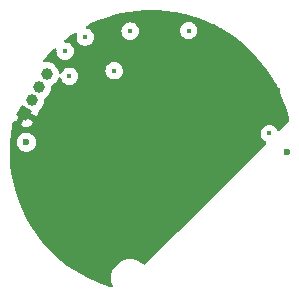
<source format=gbr>
%TF.GenerationSoftware,KiCad,Pcbnew,(6.0.11)*%
%TF.CreationDate,2023-02-20T14:16:24+01:00*%
%TF.ProjectId,cockTag,636f636b-5461-4672-9e6b-696361645f70,rev?*%
%TF.SameCoordinates,Original*%
%TF.FileFunction,Copper,L2,Inr*%
%TF.FilePolarity,Positive*%
%FSLAX46Y46*%
G04 Gerber Fmt 4.6, Leading zero omitted, Abs format (unit mm)*
G04 Created by KiCad (PCBNEW (6.0.11)) date 2023-02-20 14:16:24*
%MOMM*%
%LPD*%
G01*
G04 APERTURE LIST*
G04 Aperture macros list*
%AMHorizOval*
0 Thick line with rounded ends*
0 $1 width*
0 $2 $3 position (X,Y) of the first rounded end (center of the circle)*
0 $4 $5 position (X,Y) of the second rounded end (center of the circle)*
0 Add line between two ends*
20,1,$1,$2,$3,$4,$5,0*
0 Add two circle primitives to create the rounded ends*
1,1,$1,$2,$3*
1,1,$1,$4,$5*%
%AMRotRect*
0 Rectangle, with rotation*
0 The origin of the aperture is its center*
0 $1 length*
0 $2 width*
0 $3 Rotation angle, in degrees counterclockwise*
0 Add horizontal line*
21,1,$1,$2,0,0,$3*%
G04 Aperture macros list end*
%TA.AperFunction,ComponentPad*%
%ADD10RotRect,1.000000X1.000000X150.000000*%
%TD*%
%TA.AperFunction,ComponentPad*%
%ADD11HorizOval,1.000000X0.000000X0.000000X0.000000X0.000000X0*%
%TD*%
%TA.AperFunction,ViaPad*%
%ADD12C,0.450000*%
%TD*%
%TA.AperFunction,ViaPad*%
%ADD13C,0.600000*%
%TD*%
G04 APERTURE END LIST*
D10*
%TO.N,GND*%
%TO.C,J1*%
X139450000Y-96745449D03*
D11*
%TO.N,SWDCLK*%
X140085000Y-95645597D03*
%TO.N,SWDIO*%
X140720000Y-94545744D03*
%TO.N,BOOT*%
X141355000Y-93445892D03*
%TD*%
D12*
%TO.N,GND*%
X151800000Y-104500000D03*
X151175000Y-101525000D03*
X153331910Y-101793192D03*
X156000000Y-94900000D03*
X150850000Y-108000000D03*
X155000000Y-101800000D03*
X145800000Y-110500000D03*
X146800000Y-106500000D03*
X154575000Y-103050000D03*
X145299702Y-91300130D03*
X155275500Y-98600000D03*
X146000000Y-89500000D03*
X152650000Y-98900000D03*
X150200000Y-88400000D03*
X143700000Y-90800000D03*
X154186058Y-104738942D03*
X151124459Y-100725000D03*
X152200000Y-106700000D03*
X150900000Y-95200000D03*
X148200000Y-107900000D03*
X153400000Y-104300000D03*
X150900000Y-92800000D03*
X148800000Y-101500000D03*
X141800000Y-104500000D03*
X149100000Y-99900000D03*
X153475000Y-105400000D03*
X151124459Y-99950000D03*
X157800000Y-101050000D03*
X152825000Y-106050000D03*
X155226422Y-103673558D03*
X144385816Y-93782565D03*
X152100000Y-97800000D03*
X149700000Y-94000000D03*
X147100000Y-91200000D03*
X145800000Y-108500000D03*
X152325000Y-99950000D03*
X152100000Y-94000000D03*
X144800000Y-104500000D03*
X147800000Y-104500000D03*
X152325541Y-100650000D03*
X156525000Y-102350000D03*
X152300000Y-102850000D03*
X151775000Y-102125000D03*
X152675000Y-101325000D03*
X157150000Y-101700000D03*
X155875000Y-103000000D03*
X146800000Y-102500000D03*
X152943130Y-103481870D03*
X153969370Y-102430630D03*
X144370000Y-95330000D03*
X151550000Y-107350000D03*
X160900000Y-94800000D03*
X150900000Y-94000000D03*
X140800000Y-106500000D03*
X155300000Y-90400000D03*
X142700000Y-92400000D03*
X143800000Y-102500000D03*
X143800000Y-106500000D03*
%TO.N,VCC*%
X148400000Y-89800000D03*
D13*
X139600000Y-99200000D03*
X161700000Y-100000000D03*
D12*
X144600000Y-90300000D03*
X143262289Y-93620533D03*
X160182886Y-98461746D03*
X153350000Y-89750000D03*
%TO.N,GYRO_INT*%
X147038691Y-93152422D03*
X142900000Y-91500000D03*
%TD*%
%TA.AperFunction,Conductor*%
%TO.N,GND*%
G36*
X150287231Y-88008915D02*
G01*
X150618334Y-88020477D01*
X150949447Y-88032040D01*
X150956452Y-88032480D01*
X151286397Y-88062508D01*
X151616333Y-88092535D01*
X151623319Y-88093368D01*
X152022584Y-88152326D01*
X152278832Y-88190166D01*
X152285740Y-88191384D01*
X152934817Y-88324620D01*
X152941654Y-88326223D01*
X153119036Y-88373089D01*
X153582301Y-88495489D01*
X153589051Y-88497476D01*
X154219212Y-88702228D01*
X154225841Y-88704588D01*
X154843620Y-88944209D01*
X154850106Y-88946936D01*
X155141413Y-89079078D01*
X155453530Y-89220660D01*
X155459828Y-89223732D01*
X155940620Y-89475084D01*
X156047055Y-89530727D01*
X156053197Y-89534160D01*
X156622340Y-89873438D01*
X156628281Y-89877208D01*
X157177603Y-90247729D01*
X157183324Y-90251824D01*
X157268727Y-90316649D01*
X157711123Y-90652446D01*
X157716606Y-90656855D01*
X158221207Y-91086304D01*
X158226418Y-91090996D01*
X158706271Y-91547954D01*
X158711220Y-91552938D01*
X158805624Y-91653468D01*
X159164810Y-92035962D01*
X159169482Y-92041224D01*
X159595401Y-92548814D01*
X159599771Y-92554328D01*
X159996686Y-93084896D01*
X160000742Y-93090646D01*
X160163749Y-93335990D01*
X160363861Y-93637182D01*
X160367418Y-93642536D01*
X160371142Y-93648495D01*
X160504692Y-93876126D01*
X160706457Y-94220026D01*
X160709846Y-94226192D01*
X161012709Y-94815500D01*
X161015750Y-94821845D01*
X161285266Y-95427188D01*
X161287947Y-95433694D01*
X161523237Y-96053101D01*
X161525551Y-96059745D01*
X161725903Y-96691333D01*
X161727842Y-96698097D01*
X161877338Y-97280344D01*
X161874906Y-97351299D01*
X161844264Y-97400901D01*
X161523100Y-97721145D01*
X161055159Y-98187743D01*
X160992798Y-98221679D01*
X160921990Y-98216512D01*
X160865215Y-98173884D01*
X160852560Y-98152961D01*
X160850885Y-98149465D01*
X160848566Y-98142806D01*
X160761362Y-98003251D01*
X160698629Y-97940079D01*
X160650372Y-97891483D01*
X160650368Y-97891480D01*
X160645408Y-97886485D01*
X160506466Y-97798309D01*
X160376907Y-97752175D01*
X160358075Y-97745469D01*
X160358073Y-97745468D01*
X160351441Y-97743107D01*
X160344455Y-97742274D01*
X160344451Y-97742273D01*
X160215261Y-97726869D01*
X160188039Y-97723623D01*
X160181036Y-97724359D01*
X160181035Y-97724359D01*
X160137821Y-97728901D01*
X160024381Y-97740824D01*
X160017713Y-97743094D01*
X159875268Y-97791586D01*
X159875265Y-97791587D01*
X159868601Y-97793856D01*
X159728441Y-97880083D01*
X159610868Y-97995219D01*
X159521724Y-98133543D01*
X159519313Y-98140166D01*
X159519312Y-98140169D01*
X159467852Y-98281555D01*
X159467851Y-98281560D01*
X159465442Y-98288178D01*
X159444817Y-98451440D01*
X159460875Y-98615214D01*
X159512818Y-98771361D01*
X159516467Y-98777386D01*
X159553321Y-98838238D01*
X159598065Y-98912119D01*
X159712377Y-99030493D01*
X159850075Y-99120600D01*
X159856679Y-99123056D01*
X159856687Y-99123060D01*
X159862153Y-99125093D01*
X159919028Y-99167587D01*
X159943901Y-99234084D01*
X159928873Y-99303472D01*
X159907199Y-99332409D01*
X152443395Y-106774802D01*
X149682607Y-109527670D01*
X149620246Y-109561606D01*
X149549438Y-109556439D01*
X149511811Y-109534259D01*
X149352136Y-109397883D01*
X149352135Y-109397882D01*
X149352131Y-109397879D01*
X149348376Y-109394672D01*
X149132502Y-109262384D01*
X149127932Y-109260491D01*
X149127928Y-109260489D01*
X148903164Y-109167389D01*
X148903162Y-109167388D01*
X148898591Y-109165495D01*
X148813968Y-109145179D01*
X148657216Y-109107546D01*
X148657210Y-109107545D01*
X148652403Y-109106391D01*
X148552584Y-109098535D01*
X148465655Y-109091693D01*
X148465648Y-109091693D01*
X148463199Y-109091500D01*
X148336801Y-109091500D01*
X148334352Y-109091693D01*
X148334345Y-109091693D01*
X148247416Y-109098535D01*
X148147597Y-109106391D01*
X148142790Y-109107545D01*
X148142784Y-109107546D01*
X147986032Y-109145179D01*
X147901409Y-109165495D01*
X147896838Y-109167388D01*
X147896836Y-109167389D01*
X147672072Y-109260489D01*
X147672068Y-109260491D01*
X147667498Y-109262384D01*
X147451624Y-109394672D01*
X147259102Y-109559102D01*
X147094672Y-109751624D01*
X146962384Y-109967498D01*
X146960491Y-109972068D01*
X146960489Y-109972072D01*
X146867389Y-110196836D01*
X146865495Y-110201409D01*
X146864340Y-110206221D01*
X146816222Y-110406649D01*
X146806391Y-110447597D01*
X146786526Y-110700000D01*
X146806391Y-110952403D01*
X146807545Y-110957210D01*
X146807546Y-110957216D01*
X146815072Y-110988564D01*
X146865495Y-111198591D01*
X146867387Y-111203158D01*
X146867389Y-111203165D01*
X146914270Y-111316346D01*
X146921859Y-111386936D01*
X146890079Y-111450423D01*
X146829021Y-111486650D01*
X146763979Y-111485922D01*
X146657406Y-111456166D01*
X146650702Y-111454091D01*
X146246076Y-111316346D01*
X146023424Y-111240549D01*
X146016829Y-111238096D01*
X145722100Y-111119018D01*
X145402471Y-110989880D01*
X145396039Y-110987070D01*
X144796496Y-110704946D01*
X144790217Y-110701775D01*
X144207343Y-110386616D01*
X144201250Y-110383098D01*
X143636894Y-110035903D01*
X143631006Y-110032050D01*
X143086897Y-109653885D01*
X143081234Y-109649709D01*
X142559109Y-109241781D01*
X142553687Y-109237296D01*
X142055138Y-108800849D01*
X142049975Y-108796069D01*
X141576524Y-108332431D01*
X141571685Y-108327420D01*
X141124863Y-107838087D01*
X141120276Y-107832773D01*
X140964662Y-107641971D01*
X140701469Y-107319266D01*
X140697198Y-107313719D01*
X140307716Y-106777644D01*
X140303741Y-106771838D01*
X139944809Y-106214884D01*
X139941164Y-106208866D01*
X139613876Y-105632735D01*
X139610572Y-105626522D01*
X139506687Y-105417246D01*
X139315947Y-105033004D01*
X139312998Y-105026622D01*
X139051968Y-104417593D01*
X139049378Y-104411050D01*
X138822758Y-103788415D01*
X138820537Y-103781739D01*
X138629023Y-103147415D01*
X138627178Y-103140625D01*
X138471371Y-102496594D01*
X138469908Y-102489712D01*
X138350293Y-101837986D01*
X138349217Y-101831032D01*
X138266173Y-101173663D01*
X138265486Y-101166660D01*
X138219265Y-100505669D01*
X138218970Y-100498639D01*
X138209718Y-99836078D01*
X138209817Y-99829043D01*
X138236658Y-99188640D01*
X138786463Y-99188640D01*
X138804163Y-99369160D01*
X138861418Y-99541273D01*
X138865065Y-99547295D01*
X138865066Y-99547297D01*
X138875978Y-99565314D01*
X138955380Y-99696424D01*
X139081382Y-99826902D01*
X139233159Y-99926222D01*
X139239763Y-99928678D01*
X139239765Y-99928679D01*
X139396558Y-99986990D01*
X139396560Y-99986990D01*
X139403168Y-99989448D01*
X139486995Y-100000633D01*
X139575980Y-100012507D01*
X139575984Y-100012507D01*
X139582961Y-100013438D01*
X139589972Y-100012800D01*
X139589976Y-100012800D01*
X139732459Y-99999832D01*
X139763600Y-99996998D01*
X139770302Y-99994820D01*
X139770304Y-99994820D01*
X139929409Y-99943124D01*
X139929412Y-99943123D01*
X139936108Y-99940947D01*
X140091912Y-99848069D01*
X140223266Y-99722982D01*
X140323643Y-99571902D01*
X140388055Y-99402338D01*
X140389035Y-99395366D01*
X140412748Y-99226639D01*
X140412748Y-99226636D01*
X140413299Y-99222717D01*
X140413616Y-99200000D01*
X140393397Y-99019745D01*
X140391080Y-99013091D01*
X140336064Y-98855106D01*
X140336062Y-98855103D01*
X140333745Y-98848448D01*
X140237626Y-98694624D01*
X140165407Y-98621899D01*
X140114778Y-98570915D01*
X140114774Y-98570912D01*
X140109815Y-98565918D01*
X140098697Y-98558862D01*
X140006838Y-98500567D01*
X139956666Y-98468727D01*
X139927463Y-98458328D01*
X139792425Y-98410243D01*
X139792420Y-98410242D01*
X139785790Y-98407881D01*
X139778802Y-98407048D01*
X139778799Y-98407047D01*
X139655698Y-98392368D01*
X139605680Y-98386404D01*
X139598677Y-98387140D01*
X139598676Y-98387140D01*
X139432288Y-98404628D01*
X139432286Y-98404629D01*
X139425288Y-98405364D01*
X139253579Y-98463818D01*
X139199534Y-98497067D01*
X139105095Y-98555166D01*
X139105092Y-98555168D01*
X139099088Y-98558862D01*
X139094053Y-98563793D01*
X139094050Y-98563795D01*
X138974525Y-98680843D01*
X138969493Y-98685771D01*
X138871235Y-98838238D01*
X138868826Y-98844858D01*
X138868824Y-98844861D01*
X138844344Y-98912119D01*
X138809197Y-99008685D01*
X138786463Y-99188640D01*
X138236658Y-99188640D01*
X138237563Y-99167046D01*
X138238053Y-99160026D01*
X138302714Y-98500567D01*
X138303596Y-98493587D01*
X138404964Y-97838787D01*
X138406234Y-97831866D01*
X138424666Y-97745148D01*
X139171284Y-97745148D01*
X139171887Y-97746888D01*
X139177703Y-97752175D01*
X139417702Y-97890738D01*
X139423785Y-97893825D01*
X139470597Y-97914472D01*
X139485625Y-97918960D01*
X139612511Y-97940079D01*
X139630283Y-97940482D01*
X139756936Y-97925268D01*
X139774098Y-97920669D01*
X139891384Y-97870521D01*
X139906577Y-97861283D01*
X140005901Y-97779554D01*
X140016675Y-97768150D01*
X140046888Y-97726869D01*
X140050620Y-97721145D01*
X140186896Y-97485108D01*
X140190641Y-97469673D01*
X140190038Y-97467933D01*
X140184222Y-97462646D01*
X139558660Y-97101477D01*
X139543225Y-97097732D01*
X139541485Y-97098335D01*
X139536198Y-97104151D01*
X139175029Y-97729713D01*
X139171284Y-97745148D01*
X138424666Y-97745148D01*
X138469590Y-97533799D01*
X138503318Y-97471326D01*
X138565468Y-97437004D01*
X138636307Y-97441732D01*
X138655837Y-97450877D01*
X138710341Y-97482345D01*
X138725776Y-97486090D01*
X138727516Y-97485487D01*
X138732803Y-97479671D01*
X139103030Y-96838419D01*
X139294030Y-96507598D01*
X139345412Y-96458605D01*
X139415126Y-96445169D01*
X139466149Y-96461479D01*
X140434264Y-97020420D01*
X140449699Y-97024165D01*
X140451439Y-97023562D01*
X140456726Y-97017746D01*
X140595289Y-96777747D01*
X140598376Y-96771664D01*
X140619023Y-96724852D01*
X140623511Y-96709824D01*
X140644630Y-96582938D01*
X140645033Y-96565169D01*
X140645026Y-96565109D01*
X140645036Y-96565050D01*
X140645237Y-96556192D01*
X140646515Y-96556221D01*
X140656757Y-96495088D01*
X140692552Y-96450786D01*
X140783847Y-96379458D01*
X140913078Y-96229742D01*
X141010769Y-96057776D01*
X141073197Y-95870110D01*
X141097985Y-95673892D01*
X141098380Y-95645597D01*
X141096993Y-95631448D01*
X141091751Y-95577985D01*
X141105011Y-95508237D01*
X141153874Y-95456731D01*
X141160340Y-95453224D01*
X141257495Y-95404148D01*
X141257497Y-95404147D01*
X141262996Y-95401369D01*
X141418847Y-95279605D01*
X141548078Y-95129889D01*
X141645769Y-94957923D01*
X141708197Y-94770257D01*
X141732985Y-94574039D01*
X141733380Y-94545744D01*
X141731730Y-94528915D01*
X141726751Y-94478133D01*
X141740011Y-94408386D01*
X141788874Y-94356879D01*
X141795340Y-94353372D01*
X141813425Y-94344237D01*
X141897996Y-94301517D01*
X142053847Y-94179753D01*
X142183078Y-94030037D01*
X142280769Y-93858071D01*
X142284551Y-93846703D01*
X142304949Y-93785384D01*
X142345431Y-93727059D01*
X142411019Y-93699880D01*
X142480889Y-93712475D01*
X142532859Y-93760845D01*
X142544062Y-93785376D01*
X142592221Y-93930148D01*
X142595870Y-93936173D01*
X142655544Y-94034705D01*
X142677468Y-94070906D01*
X142791780Y-94189280D01*
X142929478Y-94279387D01*
X143083717Y-94336748D01*
X143090698Y-94337679D01*
X143090700Y-94337680D01*
X143239850Y-94357581D01*
X143239854Y-94357581D01*
X143246831Y-94358512D01*
X143253842Y-94357874D01*
X143253846Y-94357874D01*
X143403692Y-94344237D01*
X143403693Y-94344237D01*
X143410713Y-94343598D01*
X143439351Y-94334293D01*
X143560519Y-94294923D01*
X143560522Y-94294922D01*
X143567218Y-94292746D01*
X143708568Y-94208484D01*
X143827738Y-94095001D01*
X143843747Y-94070906D01*
X143914903Y-93963808D01*
X143914904Y-93963806D01*
X143918804Y-93957936D01*
X143977240Y-93804101D01*
X143986879Y-93735518D01*
X143999591Y-93645067D01*
X143999592Y-93645060D01*
X144000142Y-93641143D01*
X144000430Y-93620533D01*
X143982087Y-93456999D01*
X143927969Y-93301593D01*
X143891454Y-93243156D01*
X143844498Y-93168012D01*
X143840765Y-93162038D01*
X143820982Y-93142116D01*
X146300622Y-93142116D01*
X146316680Y-93305890D01*
X146368623Y-93462037D01*
X146453870Y-93602795D01*
X146458761Y-93607860D01*
X146458762Y-93607861D01*
X146519160Y-93670405D01*
X146568182Y-93721169D01*
X146705880Y-93811276D01*
X146860119Y-93868637D01*
X146867100Y-93869568D01*
X146867102Y-93869569D01*
X147016252Y-93889470D01*
X147016256Y-93889470D01*
X147023233Y-93890401D01*
X147030244Y-93889763D01*
X147030248Y-93889763D01*
X147180094Y-93876126D01*
X147180095Y-93876126D01*
X147187115Y-93875487D01*
X147224210Y-93863434D01*
X147336921Y-93826812D01*
X147336924Y-93826811D01*
X147343620Y-93824635D01*
X147484970Y-93740373D01*
X147604140Y-93626890D01*
X147620149Y-93602795D01*
X147691305Y-93495697D01*
X147691306Y-93495695D01*
X147695206Y-93489825D01*
X147753642Y-93335990D01*
X147776544Y-93173032D01*
X147776727Y-93159929D01*
X147776777Y-93156384D01*
X147776777Y-93156378D01*
X147776832Y-93152422D01*
X147758489Y-92988888D01*
X147752689Y-92972231D01*
X147729017Y-92904256D01*
X147704371Y-92833482D01*
X147617167Y-92693927D01*
X147533517Y-92609691D01*
X147506177Y-92582159D01*
X147506173Y-92582156D01*
X147501213Y-92577161D01*
X147362271Y-92488985D01*
X147266920Y-92455032D01*
X147213880Y-92436145D01*
X147213878Y-92436144D01*
X147207246Y-92433783D01*
X147200260Y-92432950D01*
X147200256Y-92432949D01*
X147085762Y-92419297D01*
X147043844Y-92414299D01*
X147036841Y-92415035D01*
X147036840Y-92415035D01*
X146993626Y-92419577D01*
X146880186Y-92431500D01*
X146873518Y-92433770D01*
X146731073Y-92482262D01*
X146731070Y-92482263D01*
X146724406Y-92484532D01*
X146584246Y-92570759D01*
X146572605Y-92582159D01*
X146486390Y-92666587D01*
X146466673Y-92685895D01*
X146377529Y-92824219D01*
X146375118Y-92830842D01*
X146375117Y-92830845D01*
X146323657Y-92972231D01*
X146323656Y-92972236D01*
X146321247Y-92978854D01*
X146300622Y-93142116D01*
X143820982Y-93142116D01*
X143782788Y-93103655D01*
X143729775Y-93050270D01*
X143729771Y-93050267D01*
X143724811Y-93045272D01*
X143585869Y-92957096D01*
X143536736Y-92939601D01*
X143437478Y-92904256D01*
X143437476Y-92904255D01*
X143430844Y-92901894D01*
X143423858Y-92901061D01*
X143423854Y-92901060D01*
X143309360Y-92887408D01*
X143267442Y-92882410D01*
X143260439Y-92883146D01*
X143260438Y-92883146D01*
X143217224Y-92887688D01*
X143103784Y-92899611D01*
X143097116Y-92901881D01*
X142954671Y-92950373D01*
X142954668Y-92950374D01*
X142948004Y-92952643D01*
X142807844Y-93038870D01*
X142796203Y-93050270D01*
X142702413Y-93142116D01*
X142690271Y-93154006D01*
X142601127Y-93292330D01*
X142595594Y-93307533D01*
X142553502Y-93364703D01*
X142487182Y-93390042D01*
X142417690Y-93375504D01*
X142367090Y-93325703D01*
X142351794Y-93276736D01*
X142349681Y-93255192D01*
X142349080Y-93249059D01*
X142291916Y-93059723D01*
X142199066Y-92885096D01*
X142128709Y-92798830D01*
X142077960Y-92736605D01*
X142077957Y-92736602D01*
X142074065Y-92731830D01*
X142069316Y-92727901D01*
X141926425Y-92609691D01*
X141926421Y-92609689D01*
X141921675Y-92605762D01*
X141747701Y-92511694D01*
X141558768Y-92453210D01*
X141552643Y-92452566D01*
X141552642Y-92452566D01*
X141368204Y-92433181D01*
X141368202Y-92433181D01*
X141362075Y-92432537D01*
X141168267Y-92450175D01*
X141098615Y-92436430D01*
X141047450Y-92387209D01*
X141031019Y-92318140D01*
X141054537Y-92251152D01*
X141061467Y-92242363D01*
X141297775Y-91968597D01*
X141342514Y-91916767D01*
X141347252Y-91911577D01*
X141807557Y-91434918D01*
X141812568Y-91430011D01*
X141962750Y-91290942D01*
X142026322Y-91259334D01*
X142096891Y-91267114D01*
X142152052Y-91311811D01*
X142174290Y-91379235D01*
X142173365Y-91399184D01*
X142161931Y-91489694D01*
X142177989Y-91653468D01*
X142229932Y-91809615D01*
X142315179Y-91950373D01*
X142429491Y-92068747D01*
X142567189Y-92158854D01*
X142721428Y-92216215D01*
X142728409Y-92217146D01*
X142728411Y-92217147D01*
X142877561Y-92237048D01*
X142877565Y-92237048D01*
X142884542Y-92237979D01*
X142891553Y-92237341D01*
X142891557Y-92237341D01*
X143041403Y-92223704D01*
X143041404Y-92223704D01*
X143048424Y-92223065D01*
X143077062Y-92213760D01*
X143198230Y-92174390D01*
X143198233Y-92174389D01*
X143204929Y-92172213D01*
X143346279Y-92087951D01*
X143465449Y-91974468D01*
X143481458Y-91950373D01*
X143552614Y-91843275D01*
X143552615Y-91843273D01*
X143556515Y-91837403D01*
X143614951Y-91683568D01*
X143629079Y-91583039D01*
X143637302Y-91524534D01*
X143637303Y-91524527D01*
X143637853Y-91520610D01*
X143638141Y-91500000D01*
X143619798Y-91336466D01*
X143565680Y-91181060D01*
X143478476Y-91041505D01*
X143392567Y-90954994D01*
X143367486Y-90929737D01*
X143367482Y-90929734D01*
X143362522Y-90924739D01*
X143223580Y-90836563D01*
X143174447Y-90819068D01*
X143075189Y-90783723D01*
X143075187Y-90783722D01*
X143068555Y-90781361D01*
X143061569Y-90780528D01*
X143061565Y-90780527D01*
X142961510Y-90768597D01*
X142905153Y-90761877D01*
X142905291Y-90760718D01*
X142843922Y-90742231D01*
X142797806Y-90688251D01*
X142788194Y-90617908D01*
X142818138Y-90553535D01*
X142838012Y-90535295D01*
X142853734Y-90523704D01*
X143353472Y-90155265D01*
X143359243Y-90151255D01*
X143371148Y-90143465D01*
X143717363Y-89916908D01*
X143785316Y-89896344D01*
X143853600Y-89915784D01*
X143900534Y-89969054D01*
X143911217Y-90039242D01*
X143904760Y-90065428D01*
X143882556Y-90126432D01*
X143861931Y-90289694D01*
X143877989Y-90453468D01*
X143929932Y-90609615D01*
X144015179Y-90750373D01*
X144020070Y-90755438D01*
X144020071Y-90755439D01*
X144032778Y-90768597D01*
X144129491Y-90868747D01*
X144267189Y-90958854D01*
X144421428Y-91016215D01*
X144428409Y-91017146D01*
X144428411Y-91017147D01*
X144577561Y-91037048D01*
X144577565Y-91037048D01*
X144584542Y-91037979D01*
X144591553Y-91037341D01*
X144591557Y-91037341D01*
X144741403Y-91023704D01*
X144741404Y-91023704D01*
X144748424Y-91023065D01*
X144777062Y-91013760D01*
X144898230Y-90974390D01*
X144898233Y-90974389D01*
X144904929Y-90972213D01*
X145046279Y-90887951D01*
X145165449Y-90774468D01*
X145169350Y-90768597D01*
X145252614Y-90643275D01*
X145252615Y-90643273D01*
X145256515Y-90637403D01*
X145314951Y-90483568D01*
X145325994Y-90404994D01*
X145337302Y-90324534D01*
X145337303Y-90324527D01*
X145337853Y-90320610D01*
X145338141Y-90300000D01*
X145319798Y-90136466D01*
X145302713Y-90087403D01*
X145267998Y-89987717D01*
X145265680Y-89981060D01*
X145178476Y-89841505D01*
X145127025Y-89789694D01*
X147661931Y-89789694D01*
X147677989Y-89953468D01*
X147729932Y-90109615D01*
X147733581Y-90115640D01*
X147795935Y-90218597D01*
X147815179Y-90250373D01*
X147929491Y-90368747D01*
X148067189Y-90458854D01*
X148221428Y-90516215D01*
X148228409Y-90517146D01*
X148228411Y-90517147D01*
X148377561Y-90537048D01*
X148377565Y-90537048D01*
X148384542Y-90537979D01*
X148391553Y-90537341D01*
X148391557Y-90537341D01*
X148541403Y-90523704D01*
X148541404Y-90523704D01*
X148548424Y-90523065D01*
X148656407Y-90487979D01*
X148698230Y-90474390D01*
X148698233Y-90474389D01*
X148704929Y-90472213D01*
X148846279Y-90387951D01*
X148965449Y-90274468D01*
X148981904Y-90249702D01*
X149052614Y-90143275D01*
X149052615Y-90143273D01*
X149056515Y-90137403D01*
X149114951Y-89983568D01*
X149127193Y-89896459D01*
X149137302Y-89824534D01*
X149137303Y-89824527D01*
X149137853Y-89820610D01*
X149138141Y-89800000D01*
X149131377Y-89739694D01*
X152611931Y-89739694D01*
X152627989Y-89903468D01*
X152679932Y-90059615D01*
X152683581Y-90065640D01*
X152727043Y-90137403D01*
X152765179Y-90200373D01*
X152879491Y-90318747D01*
X153017189Y-90408854D01*
X153171428Y-90466215D01*
X153178409Y-90467146D01*
X153178411Y-90467147D01*
X153327561Y-90487048D01*
X153327565Y-90487048D01*
X153334542Y-90487979D01*
X153341553Y-90487341D01*
X153341557Y-90487341D01*
X153491403Y-90473704D01*
X153491404Y-90473704D01*
X153498424Y-90473065D01*
X153542161Y-90458854D01*
X153648230Y-90424390D01*
X153648233Y-90424389D01*
X153654929Y-90422213D01*
X153796279Y-90337951D01*
X153915449Y-90224468D01*
X153931458Y-90200373D01*
X154002614Y-90093275D01*
X154002615Y-90093273D01*
X154006515Y-90087403D01*
X154064951Y-89933568D01*
X154077050Y-89847479D01*
X154087302Y-89774534D01*
X154087303Y-89774527D01*
X154087853Y-89770610D01*
X154088141Y-89750000D01*
X154069798Y-89586466D01*
X154063998Y-89569809D01*
X154033092Y-89481060D01*
X154015680Y-89431060D01*
X153972182Y-89361448D01*
X153932209Y-89297479D01*
X153928476Y-89291505D01*
X153855817Y-89218337D01*
X153817486Y-89179737D01*
X153817482Y-89179734D01*
X153812522Y-89174739D01*
X153673580Y-89086563D01*
X153604254Y-89061877D01*
X153525189Y-89033723D01*
X153525187Y-89033722D01*
X153518555Y-89031361D01*
X153511569Y-89030528D01*
X153511565Y-89030527D01*
X153397071Y-89016875D01*
X153355153Y-89011877D01*
X153348150Y-89012613D01*
X153348149Y-89012613D01*
X153304935Y-89017155D01*
X153191495Y-89029078D01*
X153184827Y-89031348D01*
X153042382Y-89079840D01*
X153042379Y-89079841D01*
X153035715Y-89082110D01*
X152895555Y-89168337D01*
X152777982Y-89283473D01*
X152688838Y-89421797D01*
X152686427Y-89428420D01*
X152686426Y-89428423D01*
X152634966Y-89569809D01*
X152634965Y-89569814D01*
X152632556Y-89576432D01*
X152611931Y-89739694D01*
X149131377Y-89739694D01*
X149119798Y-89636466D01*
X149113998Y-89619809D01*
X149067998Y-89487717D01*
X149065680Y-89481060D01*
X149034437Y-89431060D01*
X148982209Y-89347479D01*
X148978476Y-89341505D01*
X148915955Y-89278546D01*
X148867486Y-89229737D01*
X148867482Y-89229734D01*
X148862522Y-89224739D01*
X148723580Y-89136563D01*
X148674447Y-89119068D01*
X148575189Y-89083723D01*
X148575187Y-89083722D01*
X148568555Y-89081361D01*
X148561569Y-89080528D01*
X148561565Y-89080527D01*
X148447071Y-89066875D01*
X148405153Y-89061877D01*
X148398150Y-89062613D01*
X148398149Y-89062613D01*
X148354935Y-89067155D01*
X148241495Y-89079078D01*
X148234827Y-89081348D01*
X148092382Y-89129840D01*
X148092379Y-89129841D01*
X148085715Y-89132110D01*
X147945555Y-89218337D01*
X147827982Y-89333473D01*
X147738838Y-89471797D01*
X147736427Y-89478420D01*
X147736426Y-89478423D01*
X147684966Y-89619809D01*
X147684965Y-89619814D01*
X147682556Y-89626432D01*
X147661931Y-89789694D01*
X145127025Y-89789694D01*
X145091542Y-89753962D01*
X145067486Y-89729737D01*
X145067482Y-89729734D01*
X145062522Y-89724739D01*
X144923580Y-89636563D01*
X144802547Y-89593465D01*
X144775189Y-89583723D01*
X144775187Y-89583722D01*
X144768555Y-89581361D01*
X144761562Y-89580527D01*
X144761557Y-89580526D01*
X144755221Y-89579770D01*
X144689948Y-89551842D01*
X144650136Y-89493058D01*
X144648426Y-89422082D01*
X144685359Y-89361448D01*
X144713331Y-89342191D01*
X144718864Y-89339396D01*
X145091132Y-89151350D01*
X145097495Y-89148356D01*
X145115843Y-89140340D01*
X145704702Y-88883074D01*
X145711177Y-88880458D01*
X146332282Y-88649471D01*
X146338907Y-88647216D01*
X146971889Y-88451276D01*
X146978666Y-88449384D01*
X147621585Y-88289086D01*
X147628457Y-88287575D01*
X148279328Y-88163415D01*
X148286274Y-88162290D01*
X148943048Y-88074658D01*
X148950045Y-88073922D01*
X149610722Y-88023085D01*
X149617749Y-88022742D01*
X149656046Y-88021940D01*
X150280195Y-88008866D01*
X150287231Y-88008915D01*
G37*
%TD.AperFunction*%
%TD*%
M02*

</source>
